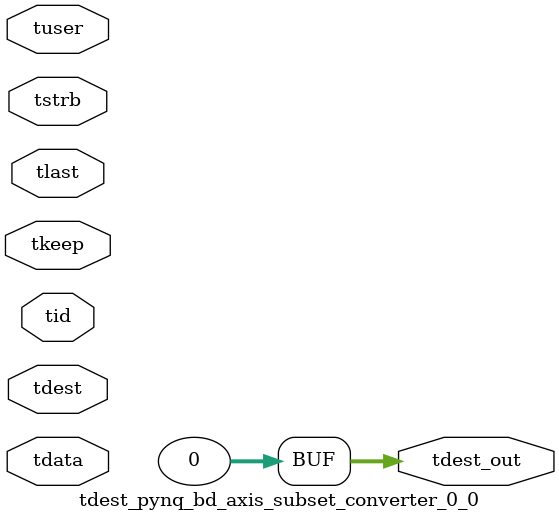
<source format=v>


`timescale 1ps/1ps

module tdest_pynq_bd_axis_subset_converter_0_0 #
(
parameter C_S_AXIS_TDATA_WIDTH = 32,
parameter C_S_AXIS_TUSER_WIDTH = 0,
parameter C_S_AXIS_TID_WIDTH   = 0,
parameter C_S_AXIS_TDEST_WIDTH = 0,
parameter C_M_AXIS_TDEST_WIDTH = 32
)
(
input  [(C_S_AXIS_TDATA_WIDTH == 0 ? 1 : C_S_AXIS_TDATA_WIDTH)-1:0     ] tdata,
input  [(C_S_AXIS_TUSER_WIDTH == 0 ? 1 : C_S_AXIS_TUSER_WIDTH)-1:0     ] tuser,
input  [(C_S_AXIS_TID_WIDTH   == 0 ? 1 : C_S_AXIS_TID_WIDTH)-1:0       ] tid,
input  [(C_S_AXIS_TDEST_WIDTH == 0 ? 1 : C_S_AXIS_TDEST_WIDTH)-1:0     ] tdest,
input  [(C_S_AXIS_TDATA_WIDTH/8)-1:0 ] tkeep,
input  [(C_S_AXIS_TDATA_WIDTH/8)-1:0 ] tstrb,
input                                                                    tlast,
output [C_M_AXIS_TDEST_WIDTH-1:0] tdest_out
);

assign tdest_out = {1'b0};

endmodule


</source>
